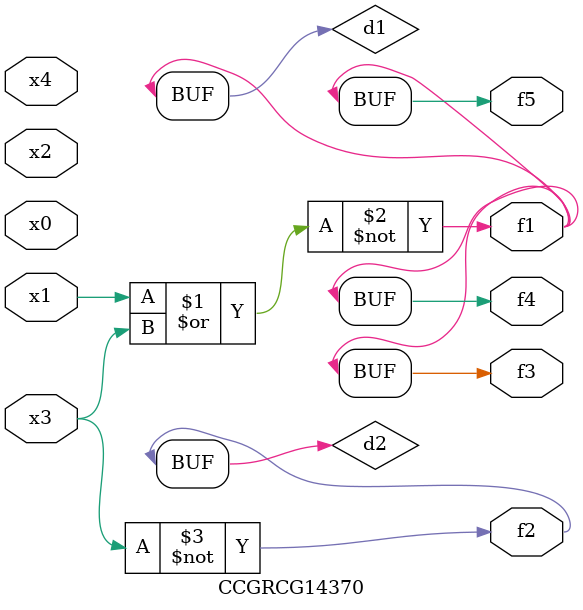
<source format=v>
module CCGRCG14370(
	input x0, x1, x2, x3, x4,
	output f1, f2, f3, f4, f5
);

	wire d1, d2;

	nor (d1, x1, x3);
	not (d2, x3);
	assign f1 = d1;
	assign f2 = d2;
	assign f3 = d1;
	assign f4 = d1;
	assign f5 = d1;
endmodule

</source>
